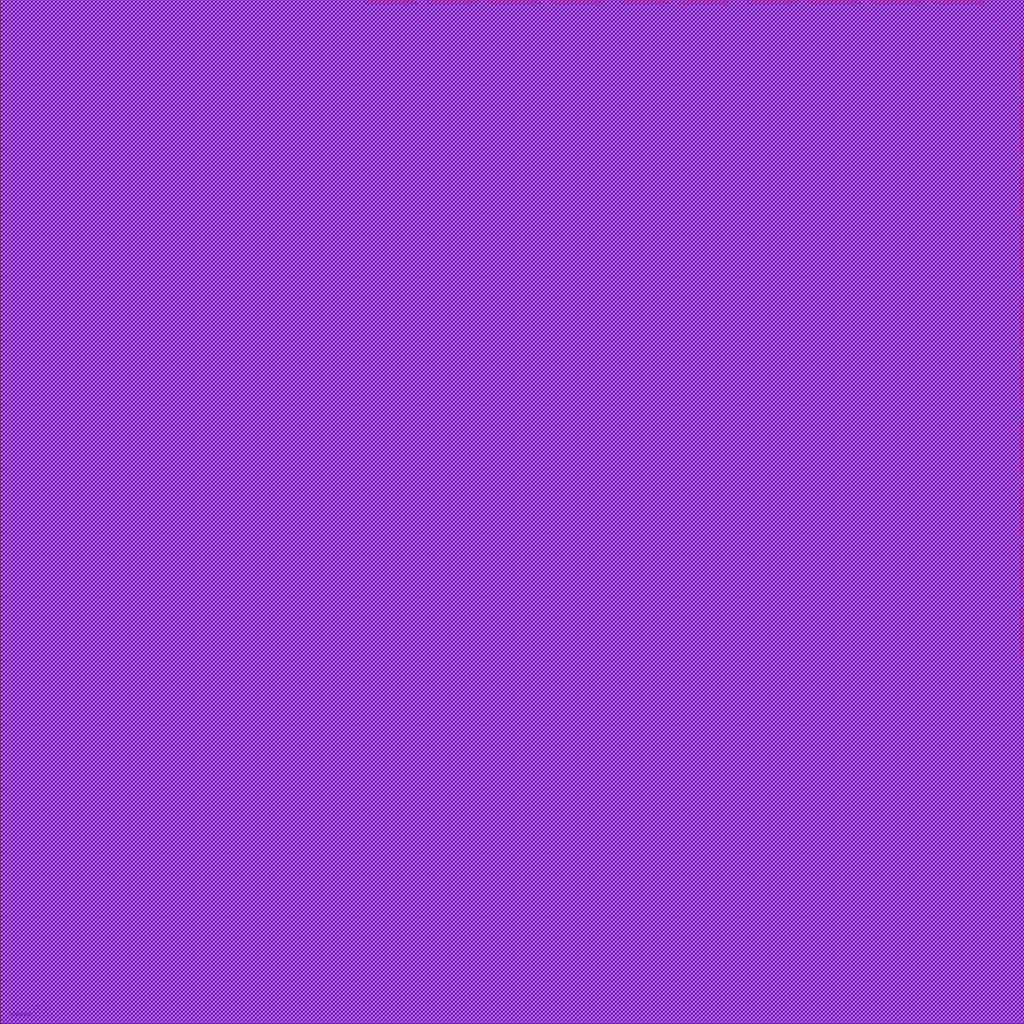
<source format=lef>
VERSION 5.7 ;
BUSBITCHARS "[]" ;
DIVIDERCHAR "/" ;
 
UNITS
    DATABASE MICRONS 2000  ;
END UNITS
 
 MANUFACTURINGGRID    0.005000 ;
 
SITE pad
    SYMMETRY x y r90 ;
    CLASS pad ;
    SIZE 1.000 BY 240.000 ;
END pad
 
SITE corner
    SYMMETRY x y r90 ;
    CLASS pad ;
    SIZE 240.000 BY 240.000 ;
END corner

PROPERTYDEFINITIONS
  MACRO oaTaper STRING ;
END PROPERTYDEFINITIONS

MACRO PADANALOG
  CLASS PAD ;
  ORIGIN 0 80 ;
  FOREIGN PADANALOG 0 -80 ;
  SIZE 60 BY 240 ;
  SYMMETRY X Y R90 ;
  SITE IOSite ;
  PIN VDDIOR
    DIRECTION INOUT ;
    USE POWER ;
    NETEXPR "VDDIOR VDDIOR!" ;
    PORT
      LAYER Metal4 ;
        RECT 0 49 1 61 ;
        RECT 0 34.5 1 46.5 ;
        RECT 0 20 1 32 ;
        RECT 0 5.5 1 17.5 ;
        RECT 59 49 60 61 ;
        RECT 59 34.5 60 46.5 ;
        RECT 59 20 60 32 ;
        RECT 59 5.5 60 17.5 ;
    END
  END VDDIOR
  PIN VSSIOR
    DIRECTION INOUT ;
    USE GROUND ;
    NETEXPR "VSSIOR VSSIOR!" ;
    PORT
      LAYER Metal4 ;
        RECT 0 138.5 1 150.5 ;
        RECT 0 124 1 136 ;
        RECT 0 109.5 1 121.5 ;
        RECT 0 95 1 107 ;
        RECT 59 138.5 60 150.5 ;
        RECT 59 124 60 136 ;
        RECT 59 109.5 60 121.5 ;
        RECT 59 95 60 107 ;
    END
  END VSSIOR
  PIN VSS
    DIRECTION INOUT ;
    USE GROUND ;
    NETEXPR "VSS VSS!" ;
    PORT
      LAYER Metal4 ;
        RECT 0 79.27 1 90.5 ;
        RECT 59 79.27 60 90.5 ;
    END
  END VSS
  PIN VDD
    DIRECTION INOUT ;
    USE POWER ;
    NETEXPR "VDD VDD!" ;
    PORT
      LAYER Metal4 ;
        RECT 0 65.38 1 76.61 ;
        RECT 59 65.38 60 76.61 ;
    END
  END VDD
  PIN AY
    DIRECTION INPUT ;
    USE SIGNAL ;
    PORT
      LAYER Metal1 ;
        RECT 27.015 156.955 30.06 160 ;
    END
  END AY
  OBS
    LAYER Metal1 ;
      RECT 0 -80 60 160 ;
    LAYER Metal2 ;
      RECT 0 -80 60 160 ;
    LAYER Metal3 ;
      RECT 0 -80 60 160 ;
    LAYER Metal4 ;
      RECT 0 -80 60 160 ;
    LAYER Metal5 ;
      RECT 0 -80 60 160 ;
    LAYER Metal6 ;
      RECT 0 -80 60 160 ;
    LAYER Metal7 ;
      RECT 0 -80 60 160 ;
    LAYER Metal8 ;
      RECT 0 -80 60 160 ;
    LAYER Metal9 ;
      RECT 0 -80 60 160 ;
    LAYER Metal10 ;
      RECT 0 -80 60 160 ;
    LAYER Metal11 ;
      RECT 0 -80 60 160 ;
  END
END PADANALOG


PROPERTYDEFINITIONS
  MACRO oaTaper STRING ;
END PROPERTYDEFINITIONS

MACRO PADDB
  CLASS PAD ;
  ORIGIN 0 80 ;
  FOREIGN PADDB 0 -80 ;
  SIZE 60 BY 240 ;
  SYMMETRY X Y R90 ;
  SITE IOSite ;
  PIN Y
    DIRECTION OUTPUT ;
    USE SIGNAL ;
    PORT
      LAYER Metal3 ;
        POLYGON 28.72 159.39 28.68 159.39 28.68 160 27.68 160 27.68 159.39 27.62 159.39 27.62 159.275 28.72 159.275 ;
    END
  END Y
  PIN A
    DIRECTION INPUT ;
    USE SIGNAL ;
    PORT
      LAYER Metal3 ;
        POLYGON 30.55 159.37 30.5 159.37 30.5 160 29.5 160 29.5 159.37 29.45 159.37 29.45 159.275 30.55 159.275 ;
    END
  END A
  PIN OEN
    DIRECTION INPUT ;
    USE SIGNAL ;
    PORT
      LAYER Metal3 ;
        POLYGON 32.365 159.37 32.31 159.37 32.31 160 31.31 160 31.31 159.37 31.265 159.37 31.265 159.275 32.365 159.275 ;
    END
  END OEN
  PIN VDD
    DIRECTION INOUT ;
    USE POWER ;
    NETEXPR "VDD VDD!" ;
    PORT
      LAYER Metal4 ;
        RECT 0 65.495 1 66.485 ;
        RECT 59 65.495 60 66.485 ;
    END
  END VDD
  PIN VSS
    DIRECTION INOUT ;
    USE GROUND ;
    NETEXPR "VSS VSS!" ;
    PORT
      LAYER Metal4 ;
        RECT 0 79.265 1 80.255 ;
        RECT 59 79.265 60 80.255 ;
    END
  END VSS
  PIN VSSIOR
    DIRECTION INOUT ;
    USE GROUND ;
    NETEXPR "VSSIOR VSSIOR!" ;
    PORT
      LAYER Metal4 ;
        RECT 0 138.495 1 150.495 ;
        RECT 0 123.995 1 135.995 ;
        RECT 0 109.495 1 121.495 ;
        RECT 0 94.995 1 106.995 ;
        RECT 59 138.495 60 150.495 ;
        RECT 59 123.995 60 135.995 ;
        RECT 59 109.495 60 121.495 ;
        RECT 59 94.995 60 106.995 ;
    END
  END VSSIOR
  PIN VDDIOR
    DIRECTION INOUT ;
    USE POWER ;
    NETEXPR "VDDIOR VDDIOR!" ;
    PORT
      LAYER Metal4 ;
        RECT 0 48.995 1 60.995 ;
        RECT 0 34.495 1 46.495 ;
        RECT 0 19.995 1 31.995 ;
        RECT 0 5.495 1 17.495 ;
        RECT 59 48.995 60 60.995 ;
        RECT 59 34.495 60 46.495 ;
        RECT 59 19.995 60 31.995 ;
        RECT 59 5.495 60 17.495 ;
    END
  END VDDIOR
  PIN PAD
    DIRECTION INOUT ;
    USE SIGNAL ;
    PORT
      LAYER Metal11 ;
        RECT 28 0 32 1.42 ;
    END
  END PAD
  OBS
    LAYER Metal1 ;
      RECT 0 -80 60 160 ;
    LAYER Metal2 ;
      RECT 0 -80 60 160 ;
    LAYER Metal3 ;
      RECT 0 -80 60 160 ;
    LAYER Metal4 ;
      RECT 0 -80 60 160 ;
    LAYER Metal5 ;
      RECT 0 -80 60 160 ;
    LAYER Metal6 ;
      RECT 0 -80 60 160 ;
    LAYER Metal7 ;
      RECT 0 -80 60 160 ;
    LAYER Metal8 ;
      RECT 0 -80 60 160 ;
    LAYER Metal9 ;
      RECT 0 -80 60 160 ;
    LAYER Metal10 ;
      RECT 0 -80 60 160 ;
    LAYER Metal11 ;
      RECT 0 -80 60 160 ;
  END
  PROPERTY oaTaper "virtuosoDefaultTaper" ;
END PADDB


MACRO PADDI
  CLASS PAD ;
  ORIGIN 0 80 ;
  FOREIGN PADDI 0 -80 ;
  SIZE 60 BY 240 ;
  SYMMETRY X Y R90 ;
  SITE IOSite ;
  PIN PAD
    DIRECTION INOUT ;
    USE SIGNAL ;
    PORT
      LAYER Metal11 ;
        RECT 28 0 32 1.42 ;
    END
  END PAD
  PIN VDDIOR
    DIRECTION INOUT ;
    USE POWER ;
    NETEXPR "VDDIOR VDDIOR!" ;
    PORT
      LAYER Metal4 ;
        RECT 0 48.995 1 60.995 ;
        RECT 0 34.495 1 46.495 ;
        RECT 0 19.995 1 31.995 ;
        RECT 0 5.495 1 17.495 ;
        RECT 59 48.995 60 60.995 ;
        RECT 59 34.495 60 46.495 ;
        RECT 59 19.995 60 31.995 ;
        RECT 59 5.495 60 17.495 ;
    END
  END VDDIOR
  PIN VSSIOR
    DIRECTION INOUT ;
    USE GROUND ;
    NETEXPR "VSSIOR VSSIOR!" ;
    PORT
      LAYER Metal4 ;
        RECT 0 138.495 1 150.495 ;
        RECT 0 123.995 1 135.995 ;
        RECT 0 109.495 1 121.495 ;
        RECT 0 94.995 1 106.995 ;
        RECT 59 138.495 60 150.495 ;
        RECT 59 123.995 60 135.995 ;
        RECT 59 109.495 60 121.495 ;
        RECT 59 94.995 60 106.995 ;
    END
  END VSSIOR
  PIN VSS
    DIRECTION INOUT ;
    USE GROUND ;
    NETEXPR "VSS VSS!" ;
    PORT
      LAYER Metal4 ;
        RECT 0 79.265 1 80.255 ;
        RECT 59 79.265 60 80.255 ;
    END
  END VSS
  PIN VDD
    DIRECTION INOUT ;
    USE POWER ;
    NETEXPR "VDD VDD!" ;
    PORT
      LAYER Metal4 ;
        RECT 0 65.495 1 66.485 ;
        RECT 59 65.495 60 66.485 ;
    END
  END VDD
  PIN Y
    DIRECTION OUTPUT ;
    USE SIGNAL ;
    PORT
      LAYER Metal3 ;
        RECT 27.55 159.275 28.275 160 ;
    END
  END Y
  OBS
    LAYER Metal1 ;
      RECT 0 -80 60 160 ;
    LAYER Metal2 ;
      RECT 0 -80 60 160 ;
    LAYER Metal3 ;
      RECT 0 -80 60 160 ;
    LAYER Metal4 ;
      RECT 0 -80 60 160 ;
    LAYER Metal5 ;
      RECT 0 -80 60 160 ;
    LAYER Metal6 ;
      RECT 0 -80 60 160 ;
    LAYER Metal7 ;
      RECT 0 -80 60 160 ;
    LAYER Metal8 ;
      RECT 0 -80 60 160 ;
    LAYER Metal9 ;
      RECT 0 -80 60 160 ;
    LAYER Metal10 ;
      RECT 0 -80 60 160 ;
    LAYER Metal11 ;
      RECT 0 -80 60 160 ;
  END
END PADDI


MACRO PADDO
  CLASS PAD ;
  ORIGIN 0 80 ;
  FOREIGN PADDO 0 -80 ;
  SIZE 60 BY 240 ;
  SYMMETRY X Y R90 ;
  SITE IOSite ;
  PIN A
    DIRECTION INPUT ;
    USE SIGNAL ;
    PORT
      LAYER Metal3 ;
        RECT 29.5 159.275 30.225 160 ;
    END
  END A
  PIN VDDIOR
    DIRECTION INOUT ;
    USE POWER ;
    NETEXPR "VDDIOR VDDIOR!" ;
    PORT
      LAYER Metal4 ;
        RECT 0 49 1 61 ;
        RECT 0 34.5 1 46.5 ;
        RECT 0 20 1 32 ;
        RECT 0 5.5 1 17.5 ;
        RECT 59 49 60 61 ;
        RECT 59 34.5 60 46.5 ;
        RECT 59 20 60 32 ;
        RECT 59 5.5 60 17.5 ;
    END
  END VDDIOR
  PIN VSSIOR
    DIRECTION INOUT ;
    USE GROUND ;
    NETEXPR "VSSIOR VSSIOR!" ;
    PORT
      LAYER Metal4 ;
        RECT 0 138.5 1 150.5 ;
        RECT 0 124 1 136 ;
        RECT 0 109.5 1 121.5 ;
        RECT 0 95 1 107 ;
        RECT 59 138.5 60 150.5 ;
        RECT 59 124 60 136 ;
        RECT 59 109.5 60 121.5 ;
        RECT 59 95 60 107 ;
    END
  END VSSIOR
  PIN VSS
    DIRECTION INOUT ;
    USE GROUND ;
    NETEXPR "VSS VSS!" ;
    PORT
      LAYER Metal4 ;
        RECT 0 79.27 1 90.5 ;
        RECT 59 79.27 60 90.5 ;
    END
  END VSS
  PIN VDD
    DIRECTION INOUT ;
    USE POWER ;
    NETEXPR "VDD VDD!" ;
    PORT
      LAYER Metal4 ;
        RECT 0 65.5 1 76.61 ;
        RECT 59 65.5 60 76.61 ;
    END
  END VDD
  PIN PAD
    DIRECTION OUTPUT ;
    USE SIGNAL ;
    PORT
      LAYER Metal11 ;
        RECT 28 -1.4 32 1.415 ;
    END
  END PAD
  OBS
    LAYER Metal1 ;
      RECT 0 -80 60 160 ;
    LAYER Metal2 ;
      RECT 0 -80 60 160 ;
    LAYER Metal3 ;
      RECT 0 -80 60 160 ;
    LAYER Metal4 ;
      RECT 0 -80 60 160 ;
    LAYER Metal5 ;
      RECT 0 -80 60 160 ;
    LAYER Metal6 ;
      RECT 0 -80 60 160 ;
    LAYER Metal7 ;
      RECT 0 -80 60 160 ;
    LAYER Metal8 ;
      RECT 0 -80 60 160 ;
    LAYER Metal9 ;
      RECT 0 -80 60 160 ;
    LAYER Metal10 ;
      RECT 0 -80 60 160 ;
    LAYER Metal11 ;
      RECT 0 -80 60 160 ;
  END
END PADDO


MACRO PADDOZ
  CLASS PAD ;
  ORIGIN 0 80 ;
  FOREIGN PADDOZ 0 -80 ;
  SIZE 60 BY 240 ;
  SYMMETRY X Y R90 ;
  SITE IOSite ;
  PIN VDDIOR
    DIRECTION INOUT ;
    USE POWER ;
    NETEXPR "VDDIOR VDDIOR!" ;
    PORT
      LAYER Metal4 ;
        RECT 0 48.995 1 60.995 ;
        RECT 0 34.495 1 46.495 ;
        RECT 0 19.995 1 31.995 ;
        RECT 0 5.495 1 17.495 ;
        RECT 59 48.995 60 60.995 ;
        RECT 59 34.495 60 46.495 ;
        RECT 59 19.995 60 31.995 ;
        RECT 59 5.495 60 17.495 ;
    END
  END VDDIOR
  PIN VSSIOR
    DIRECTION INOUT ;
    USE GROUND ;
    NETEXPR "VSSIOR VSSIOR!" ;
    PORT
      LAYER Metal4 ;
        RECT 0 138.495 1 150.495 ;
        RECT 0 123.995 1 135.995 ;
        RECT 0 109.495 1 121.495 ;
        RECT 0 94.995 1 106.995 ;
        RECT 59 138.495 60 150.495 ;
        RECT 59 123.995 60 135.995 ;
        RECT 59 109.495 60 121.495 ;
        RECT 59 94.995 60 106.995 ;
    END
  END VSSIOR
  PIN VSS
    DIRECTION INOUT ;
    USE GROUND ;
    NETEXPR "VSS VSS!" ;
    PORT
      LAYER Metal4 ;
        RECT 0 79.265 1 80.255 ;
        RECT 59 79.265 60 80.255 ;
    END
  END VSS
  PIN VDD
    DIRECTION INOUT ;
    USE POWER ;
    NETEXPR "VDD VDD!" ;
    PORT
      LAYER Metal4 ;
        RECT 0 65.495 1 66.485 ;
        RECT 59 65.495 60 66.485 ;
    END
  END VDD
  PIN OEN
    DIRECTION INPUT ;
    USE SIGNAL ;
    PORT
      LAYER Metal3 ;
        RECT 31.31 159.275 32.035 160 ;
    END
  END OEN
  PIN A
    DIRECTION INPUT ;
    USE SIGNAL ;
    PORT
      LAYER Metal3 ;
        RECT 29.5 159.275 30.225 160 ;
    END
  END A
  PIN PAD
    DIRECTION OUTPUT ;
    USE SIGNAL ;
    PORT
      LAYER Metal11 ;
        RECT 28 0 32 1.42 ;
    END
  END PAD
  OBS
    LAYER Metal1 ;
      RECT 0 -80 60 160 ;
    LAYER Metal2 ;
      RECT 0 -80 60 160 ;
    LAYER Metal3 ;
      RECT 0 -80 60 160 ;
    LAYER Metal4 ;
      RECT 0 -80 60 160 ;
    LAYER Metal5 ;
      RECT 0 -80 60 160 ;
    LAYER Metal6 ;
      RECT 0 -80 60 160 ;
    LAYER Metal7 ;
      RECT 0 -80 60 160 ;
    LAYER Metal8 ;
      RECT 0 -80 60 160 ;
    LAYER Metal9 ;
      RECT 0 -80 60 160 ;
    LAYER Metal10 ;
      RECT 0 -80 60 160 ;
    LAYER Metal11 ;
      RECT 0 -80 60 160 ;
  END
END PADDOZ


PROPERTYDEFINITIONS
  MACRO oaTaper STRING ;
END PROPERTYDEFINITIONS

MACRO PADVDD
  CLASS PAD ;
  ORIGIN 0 80 ;
  FOREIGN PADVDD 0 -80 ;
  SIZE 60 BY 240 ;
  SYMMETRY X Y R90 ;
  SITE IOSite ;
  PIN VDD
    DIRECTION INOUT ;
    USE POWER ;
    NETEXPR "VDD VDD!" ;
    PORT
      LAYER Metal3 ;
        RECT 53.815 156.64 57.165 160 ;
      LAYER Metal2 ;
        RECT 53.815 156.64 57.165 160 ;
      LAYER Metal3 ;
        RECT 2.855 156.64 6.205 160 ;
      LAYER Metal2 ;
        RECT 2.855 156.64 6.205 160 ;
    END
  END VDD
  PIN VSSIOR
    DIRECTION INOUT ;
    USE GROUND ;
    NETEXPR "VSSIOR VSSIOR!" ;
    PORT
      LAYER Metal4 ;
        RECT 0 138.5 1 150.5 ;
        RECT 0 124 1 136 ;
        RECT 0 109.5 1 121.5 ;
        RECT 0 95 1 107 ;
        RECT 59 138.5 60 150.5 ;
        RECT 59 124 60 136 ;
        RECT 59 109.5 60 121.5 ;
        RECT 59 95 60 107 ;
    END
  END VSSIOR
  PIN VDDIOR
    DIRECTION INOUT ;
    USE POWER ;
    NETEXPR "VDDIOR VDDIOR!" ;
    PORT
      LAYER Metal4 ;
        RECT 0 49 1 61 ;
        RECT 0 34.5 1 46.5 ;
        RECT 0 20 1 32 ;
        RECT 0 5.5 1 17.5 ;
        RECT 59 49 60 61 ;
        RECT 59 34.5 60 46.5 ;
        RECT 59 20 60 32 ;
        RECT 59 5.5 60 17.5 ;
    END
  END VDDIOR
  PIN VSS
    DIRECTION INOUT ;
    USE GROUND ;
    NETEXPR "VSS VSS!" ;
    PORT
      LAYER Metal4 ;
        RECT 0 79.27 1 90.5 ;
        RECT 59 79.27 60 90.5 ;
    END
  END VSS
  OBS
    LAYER Metal1 ;
      RECT 0 -80 60 160 ;
    LAYER Metal2 ;
      RECT 0 -80 60 160 ;
    LAYER Metal3 ;
      RECT 0 -80 60 160 ;
    LAYER Metal4 ;
      RECT 0 -80 60 160 ;
    LAYER Metal5 ;
      RECT 0 -80 60 160 ;
    LAYER Metal6 ;
      RECT 0 -80 60 160 ;
    LAYER Metal7 ;
      RECT 0 -80 60 160 ;
    LAYER Metal8 ;
      RECT 0 -80 60 160 ;
    LAYER Metal9 ;
      RECT 0 -80 60 160 ;
    LAYER Metal10 ;
      RECT 0 -80 60 160 ;
    LAYER Metal11 ;
      RECT 0 -80 60 160 ;
  END
  PROPERTY oaTaper "virtuosoDefaultTaper" ;
END PADVDD


PROPERTYDEFINITIONS
  MACRO oaTaper STRING ;
END PROPERTYDEFINITIONS

MACRO PADVDD25
  CLASS PAD ;
  ORIGIN 0 80 ;
  FOREIGN PADVDD25 0 -80 ;
  SIZE 60 BY 240 ;
  SYMMETRY X Y R90 ;
  SITE IOSite ;
  PIN VDD
    DIRECTION INOUT ;
    USE POWER ;
    NETEXPR "VDD VDD!" ;
    PORT
      LAYER Metal4 ;
        RECT 59 65.38 60 76.61 ;
        RECT 0 65.38 1 76.61 ;
    END
  END VDD
  PIN VSSIOR
    DIRECTION INOUT ;
    USE GROUND ;
    NETEXPR "VSSIOR VSSIOR!" ;
    PORT
      LAYER Metal4 ;
        RECT 0 138.5 1 150.5 ;
        RECT 0 124 1 136 ;
        RECT 0 109.5 1 121.5 ;
        RECT 0 95 1 107 ;
        RECT 59 138.5 60 150.5 ;
        RECT 59 124 60 136 ;
        RECT 59 109.5 60 121.5 ;
        RECT 59 95 60 107 ;
    END
  END VSSIOR
  PIN VDDIOR
    DIRECTION INOUT ;
    USE POWER ;
    NETEXPR "VDDIOR VDDIOR!" ;
    PORT
      LAYER Metal4 ;
        RECT 0 49 1 61 ;
        RECT 0 34.5 1 46.5 ;
        RECT 0 20 1 32 ;
        RECT 0 5.5 1 17.5 ;
        RECT 59 49 60 61 ;
        RECT 59 34.5 60 46.5 ;
        RECT 59 20 60 32 ;
        RECT 59 5.5 60 17.5 ;
    END
  END VDDIOR
  PIN VSS
    DIRECTION INOUT ;
    USE GROUND ;
    NETEXPR "VSS VSS!" ;
    PORT
      LAYER Metal4 ;
        RECT 0 79.27 1 90.5 ;
        RECT 59 79.27 60 90.5 ;
    END
  END VSS
  PIN VDD25
    DIRECTION INPUT ;
    USE SIGNAL ;
    NETEXPR "VDD25 VDD25!" ;
    PORT
      LAYER Metal2 ;
        RECT 2.855 156.64 6.215 160 ;
      LAYER Metal3 ;
        RECT 2.855 156.64 6.215 160 ;
    END
  END VDD25
  OBS
    LAYER Metal1 ;
      RECT 0 -80 60 160 ;
    LAYER Metal2 ;
      RECT 0 -80 60 160 ;
    LAYER Metal3 ;
      RECT 0 -80 60 160 ;
    LAYER Metal4 ;
      RECT 0 -80 60 160 ;
    LAYER Metal5 ;
      RECT 0 -80 60 160 ;
    LAYER Metal6 ;
      RECT 0 -80 60 160 ;
    LAYER Metal7 ;
      RECT 0 -80 60 160 ;
    LAYER Metal8 ;
      RECT 0 -80 60 160 ;
    LAYER Metal9 ;
      RECT 0 -80 60 160 ;
    LAYER Metal10 ;
      RECT 0 -80 60 160 ;
    LAYER Metal11 ;
      RECT 0 -80 60 160 ;
  END
  PROPERTY oaTaper "virtuosoDefaultTaper" ;
END PADVDD25


PROPERTYDEFINITIONS
  MACRO oaTaper STRING ;
END PROPERTYDEFINITIONS

MACRO PADVDDIOR
  CLASS PAD ;
  ORIGIN 0 80 ;
  FOREIGN PADVDDIOR 0 -80 ;
  SIZE 60 BY 240 ;
  SYMMETRY X Y R90 ;
  SITE IOSite ;
  PIN VDD
    DIRECTION INOUT ;
    USE POWER ;
    NETEXPR "VDD VDD!" ;
    PORT
      LAYER Metal4 ;
        RECT 59 65.38 60 76.61 ;
        RECT 0 65.38 1 76.61 ;
    END
  END VDD
  PIN VSSIOR
    DIRECTION INOUT ;
    USE GROUND ;
    NETEXPR "VSSIOR VSSIOR!" ;
    PORT
      LAYER Metal4 ;
        RECT 0 138.5 1 150.5 ;
        RECT 0 124 1 136 ;
        RECT 0 109.5 1 121.5 ;
        RECT 0 95 1 107 ;
        RECT 59 138.5 60 150.5 ;
        RECT 59 124 60 136 ;
        RECT 59 109.5 60 121.5 ;
        RECT 59 95 60 107 ;
    END
  END VSSIOR
  PIN VDDIOR
    DIRECTION INOUT ;
    USE POWER ;
    NETEXPR "VDDIOR VDDIOR!" ;
    PORT
      LAYER Metal3 ;
        RECT 53.815 156.64 57.165 160 ;
      LAYER Metal2 ;
        RECT 53.815 156.64 57.165 160 ;
      LAYER Metal3 ;
        RECT 2.855 156.64 6.205 160 ;
      LAYER Metal2 ;
        RECT 2.855 156.64 6.205 160 ;
    END
  END VDDIOR
  PIN VSS
    DIRECTION INOUT ;
    USE GROUND ;
    NETEXPR "VSS VSS!" ;
    PORT
      LAYER Metal4 ;
        RECT 0 79.27 1 90.5 ;
        RECT 59 79.27 60 90.5 ;
    END
  END VSS
  OBS
    LAYER Metal1 ;
      RECT 0 -80 60 160 ;
    LAYER Metal2 ;
      RECT 0 -80 60 160 ;
    LAYER Metal3 ;
      RECT 0 -80 60 160 ;
    LAYER Metal4 ;
      RECT 0 -80 60 160 ;
    LAYER Metal5 ;
      RECT 0 -80 60 160 ;
    LAYER Metal6 ;
      RECT 0 -80 60 160 ;
    LAYER Metal7 ;
      RECT 0 -80 60 160 ;
    LAYER Metal8 ;
      RECT 0 -80 60 160 ;
    LAYER Metal9 ;
      RECT 0 -80 60 160 ;
    LAYER Metal10 ;
      RECT 0 -80 60 160 ;
    LAYER Metal11 ;
      RECT 0 -80 60 160 ;
  END
  PROPERTY oaTaper "virtuosoDefaultTaper" ;
END PADVDDIOR


PROPERTYDEFINITIONS
  MACRO extractNetShortViolationLimit INTEGER ;
  MACRO extractCellviewShortViolationLimit INTEGER ;
  MACRO extractStopLevel INTEGER ;
  MACRO deviceExtractType STRING ;
  MACRO extractCellviewOpenViolationLimit INTEGER ;
  MACRO extractNetOpenViolationLimit INTEGER ;
  MACRO lxChainAlignPMOS STRING ;
  MACRO lxGroundNetNames STRING ;
  MACRO lxGetSignifDigits INTEGER ;
  MACRO extractCellviewIllegalConnectionLimit INTEGER ;
  MACRO lxStackPartitionParameters STRING ;
  MACRO setupConstraintGroup STRING ;
  MACRO lxChainAlignNMOS STRING ;
  MACRO lxSupplyNetNames STRING ;
  MACRO lxGenerationOrientation STRING ;
  MACRO lxInternalLibName STRING ;
  MACRO lxInternalConfigLibName STRING ;
  MACRO lxInternalTop STRING ;
  MACRO lxInternalType STRING ;
  MACRO lxInternalCellName STRING ;
  MACRO lxInternalViewName STRING ;
  MACRO lxInternalConfigCellName STRING ;
  MACRO lxInternalConfigViewName STRING ;
  MACRO oaTaper STRING ;
END PROPERTYDEFINITIONS

MACRO PADVSS
  CLASS PAD ;
  ORIGIN 0 80 ;
  FOREIGN PADVSS 0 -80 ;
  SIZE 60 BY 240 ;
  SYMMETRY X Y R90 ;
  SITE IOSite ;
  PIN VSS
    DIRECTION INOUT ;
    USE GROUND ;
    NETEXPR "VSS VSS!" ;
    PORT
      LAYER Metal3 ;
        RECT 53.805 156.64 57.155 160 ;
        RECT 2.845 156.64 6.195 160 ;
      LAYER Metal2 ;
        RECT 53.805 156.64 57.155 160 ;
        RECT 2.845 156.64 6.195 160 ;
    END
  END VSS
  PIN VDDIOR
    DIRECTION INOUT ;
    USE POWER ;
    NETEXPR "VDDIOR VDDIOR!" ;
    PORT
      LAYER Metal4 ;
        RECT 0 49 1 61 ;
        RECT 0 34.5 1 46.5 ;
        RECT 0 20 1 32 ;
        RECT 0 5.5 1 17.5 ;
        RECT 59 49 60 61 ;
        RECT 59 34.5 60 46.5 ;
        RECT 59 20 60 32 ;
        RECT 59 5.5 60 17.5 ;
    END
  END VDDIOR
  PIN VSSIOR
    DIRECTION INOUT ;
    USE GROUND ;
    NETEXPR "VSSIOR VSSIOR!" ;
    PORT
      LAYER Metal4 ;
        RECT 0 138.5 1 150.5 ;
        RECT 0 124 1 136 ;
        RECT 0 109.5 1 121.5 ;
        RECT 0 95 1 107 ;
        RECT 59 138.5 60 150.5 ;
        RECT 59 124 60 136 ;
        RECT 59 109.5 60 121.5 ;
        RECT 59 95 60 107 ;
    END
  END VSSIOR
  PIN VDD
    DIRECTION INOUT ;
    USE POWER ;
    NETEXPR "VDD VDD!" ;
    PORT
      LAYER Metal4 ;
        RECT 59 65.38 60 76.61 ;
        RECT 0 65.38 1 76.61 ;
    END
  END VDD
  OBS
    LAYER Metal1 ;
      RECT 0 -80 60 160 ;
    LAYER Metal2 ;
      RECT 0 -80 60 160 ;
    LAYER Metal3 ;
      RECT 0 -80 60 160 ;
    LAYER Metal4 ;
      RECT 0 -80 60 160 ;
    LAYER Metal5 ;
      RECT 0 -80 60 160 ;
    LAYER Metal6 ;
      RECT 0 -80 60 160 ;
    LAYER Metal7 ;
      RECT 0 -80 60 160 ;
    LAYER Metal8 ;
      RECT 0 -80 60 160 ;
    LAYER Metal9 ;
      RECT 0 -80 60 160 ;
    LAYER Metal10 ;
      RECT 0 -80 60 160 ;
    LAYER Metal11 ;
      RECT 0 -80 60 160 ;
  END
  PROPERTY extractNetShortViolationLimit 100 ;
  PROPERTY extractCellviewShortViolationLimit 1000 ;
  PROPERTY extractStopLevel 0 ;
  PROPERTY deviceExtractType "pcells" ;
  PROPERTY extractCellviewOpenViolationLimit 2000 ;
  PROPERTY extractNetOpenViolationLimit 1000 ;
  PROPERTY lxChainAlignPMOS "Top" ;
  PROPERTY lxGroundNetNames "gnd gnd! gnd: vss vss! vss:" ;
  PROPERTY lxGetSignifDigits 0 ;
  PROPERTY extractCellviewIllegalConnectionLimit 1000 ;
  PROPERTY lxStackPartitionParameters "(0 100)" ;
  PROPERTY setupConstraintGroup "virtuosoDefaultExtractorSetup" ;
  PROPERTY lxChainAlignNMOS "Bottom" ;
  PROPERTY lxSupplyNetNames "vcc vcc! vcc: vdd vdd! vdd:" ;
  PROPERTY lxGenerationOrientation "preserve" ;
  PROPERTY lxInternalLibName "giolib045" ;
  PROPERTY lxInternalConfigLibName "giolib045" ;
  PROPERTY lxInternalTop "" ;
  PROPERTY lxInternalType "CELLVIEW" ;
  PROPERTY lxInternalCellName "PADVSS" ;
  PROPERTY lxInternalViewName "schematic" ;
  PROPERTY lxInternalConfigCellName "PADVSS" ;
  PROPERTY lxInternalConfigViewName "physConfig" ;
  PROPERTY oaTaper "virtuosoDefaultTaper" ;
END PADVSS


PROPERTYDEFINITIONS
  MACRO oaTaper STRING ;
END PROPERTYDEFINITIONS

MACRO PADVSS25
  CLASS PAD ;
  ORIGIN 0 80 ;
  FOREIGN PADVSS25 0 -80 ;
  SIZE 60 BY 240 ;
  SYMMETRY X Y R90 ;
  SITE IOSite ;
  PIN VSS
    DIRECTION INOUT ;
    USE GROUND ;
    NETEXPR "VSS VSS!" ;
    PORT
      LAYER Metal4 ;
        RECT 0 79.27 1 90.5 ;
        RECT 59 79.27 60 90.5 ;
    END
  END VSS
  PIN VDDIOR
    DIRECTION INOUT ;
    USE POWER ;
    NETEXPR "VDDIOR VDDIOR!" ;
    PORT
      LAYER Metal4 ;
        RECT 0 49 1 61 ;
        RECT 0 34.5 1 46.5 ;
        RECT 0 20 1 32 ;
        RECT 0 5.5 1 17.5 ;
        RECT 59 49 60 61 ;
        RECT 59 34.5 60 46.5 ;
        RECT 59 20 60 32 ;
        RECT 59 5.5 60 17.5 ;
    END
  END VDDIOR
  PIN VSSIOR
    DIRECTION INOUT ;
    USE GROUND ;
    NETEXPR "VSSIOR VSSIOR!" ;
    PORT
      LAYER Metal4 ;
        RECT 0 138.5 1 150.5 ;
        RECT 0 124 1 136 ;
        RECT 0 109.5 1 121.5 ;
        RECT 0 95 1 107 ;
        RECT 59 138.5 60 150.5 ;
        RECT 59 124 60 136 ;
        RECT 59 109.5 60 121.5 ;
        RECT 59 95 60 107 ;
    END
  END VSSIOR
  PIN VDD
    DIRECTION INOUT ;
    USE POWER ;
    NETEXPR "VDD VDD!" ;
    PORT
      LAYER Metal4 ;
        RECT 59 65.38 60 76.61 ;
        RECT 0 65.38 1 76.61 ;
    END
  END VDD
  PIN VSS25
    DIRECTION INPUT ;
    USE SIGNAL ;
    NETEXPR "VSS25 VSS25!" ;
    PORT
      LAYER Metal2 ;
        RECT 2.845 156.64 6.205 160 ;
      LAYER Metal3 ;
        RECT 2.845 156.64 6.205 160 ;
    END
  END VSS25
  OBS
    LAYER Metal1 ;
      RECT 0 -80 60 160 ;
    LAYER Metal2 ;
      RECT 0 -80 60 160 ;
    LAYER Metal3 ;
      RECT 0 -80 60 160 ;
    LAYER Metal4 ;
      RECT 0 -80 60 160 ;
    LAYER Metal5 ;
      RECT 0 -80 60 160 ;
    LAYER Metal6 ;
      RECT 0 -80 60 160 ;
    LAYER Metal7 ;
      RECT 0 -80 60 160 ;
    LAYER Metal8 ;
      RECT 0 -80 60 160 ;
    LAYER Metal9 ;
      RECT 0 -80 60 160 ;
    LAYER Metal10 ;
      RECT 0 -80 60 160 ;
    LAYER Metal11 ;
      RECT 0 -80 60 160 ;
  END
  PROPERTY oaTaper "virtuosoDefaultTaper" ;
END PADVSS25


MACRO PADVSSIOR
  CLASS PAD ;
  ORIGIN 0 80 ;
  FOREIGN PADVSSIOR 0 -80 ;
  SIZE 60 BY 240 ;
  SYMMETRY X Y R90 ;
  SITE IOSite ;
  PIN VSS
    DIRECTION INOUT ;
    USE GROUND ;
    NETEXPR "VSS VSS!" ;
    PORT
      LAYER Metal4 ;
        RECT 0 79.27 1 90.5 ;
        RECT 59 79.27 60 90.5 ;
    END
  END VSS
  PIN VDDIOR
    DIRECTION INOUT ;
    USE POWER ;
    NETEXPR "VDDIOR VDDIOR!" ;
    PORT
      LAYER Metal4 ;
        RECT 0 49 1 61 ;
        RECT 0 34.5 1 46.5 ;
        RECT 0 20 1 32 ;
        RECT 0 5.5 1 17.5 ;
        RECT 59 49 60 61 ;
        RECT 59 34.5 60 46.5 ;
        RECT 59 20 60 32 ;
        RECT 59 5.5 60 17.5 ;
    END
  END VDDIOR
  PIN VSSIOR
    DIRECTION INOUT ;
    USE GROUND ;
    NETEXPR "VSSIOR VSSIOR!" ;
    PORT
      LAYER Metal3 ;
        RECT 53.805 156.64 57.155 160 ;
        RECT 2.845 156.64 6.195 160 ;
      LAYER Metal2 ;
        RECT 53.805 156.64 57.155 160 ;
        RECT 2.845 156.64 6.195 160 ;
    END
  END VSSIOR
  PIN VDD
    DIRECTION INOUT ;
    USE POWER ;
    NETEXPR "VDD VDD!" ;
    PORT
      LAYER Metal4 ;
        RECT 59 65.38 60 76.61 ;
        RECT 0 65.38 1 76.61 ;
    END
  END VDD
  OBS
    LAYER Metal1 ;
      RECT 0 -80 60 160 ;
    LAYER Metal2 ;
      RECT 0 -80 60 160 ;
    LAYER Metal3 ;
      RECT 0 -80 60 160 ;
    LAYER Metal4 ;
      RECT 0 -80 60 160 ;
    LAYER Metal5 ;
      RECT 0 -80 60 160 ;
    LAYER Metal6 ;
      RECT 0 -80 60 160 ;
    LAYER Metal7 ;
      RECT 0 -80 60 160 ;
    LAYER Metal8 ;
      RECT 0 -80 60 160 ;
    LAYER Metal9 ;
      RECT 0 -80 60 160 ;
    LAYER Metal10 ;
      RECT 0 -80 60 160 ;
    LAYER Metal11 ;
      RECT 0 -80 60 160 ;
  END
END PADVSSIOR


MACRO padIORINGCORNER
  CLASS ENDCAP BOTTOMLEFT ;
  ORIGIN 80 80 ;
  FOREIGN padIORINGCORNER -80 -80 ;
  SIZE 240 BY 240 ;
  SYMMETRY X Y R90 ;
  SITE CornerSite ;
  PIN VDDIOR
    DIRECTION INOUT ;
    USE POWER ;
    NETEXPR "VDDIOR VDDIOR!" ;
    PORT
      LAYER Metal4 ;
        RECT 5.5 159 17.5 160 ;
    END
    PORT
      LAYER Metal4 ;
        RECT 20 159 32 160 ;
    END
    PORT
      LAYER Metal4 ;
        RECT 34.5 159 46.5 160 ;
    END
    PORT
      LAYER Metal4 ;
        RECT 49 159 61 160 ;
    END
    PORT
      LAYER Metal4 ;
        RECT 159 49 160 61 ;
    END
    PORT
      LAYER Metal4 ;
        RECT 159 34.5 160 46.5 ;
    END
    PORT
      LAYER Metal4 ;
        RECT 159 20 160 32 ;
    END
    PORT
      LAYER Metal4 ;
        RECT 159 5.5 160 17.5 ;
    END
  END VDDIOR
  PIN VDD
    DIRECTION INOUT ;
    USE POWER ;
    NETEXPR "VDD VDD!" ;
    PORT
      LAYER Metal4 ;
        RECT 65.5 159 76.61 160 ;
    END
    PORT
      LAYER Metal4 ;
        RECT 159 65.5 160 76.61 ;
    END
  END VDD
  PIN VSS
    DIRECTION INOUT ;
    USE GROUND ;
    NETEXPR "VSS VSS!" ;
    PORT
      LAYER Metal4 ;
        RECT 79.27 159 90.5 160 ;
    END
    PORT
      LAYER Metal4 ;
        RECT 159 79.27 160 90.5 ;
    END
  END VSS
  PIN VSSIOR
    DIRECTION INOUT ;
    USE GROUND ;
    NETEXPR "VSSIOR VSSIOR!" ;
    PORT
      LAYER Metal4 ;
        RECT 95 159 107 160 ;
    END
    PORT
      LAYER Metal4 ;
        RECT 109.5 159 121.5 160 ;
    END
    PORT
      LAYER Metal4 ;
        RECT 124 159 136 160 ;
    END
    PORT
      LAYER Metal4 ;
        RECT 138.5 159 150.5 160 ;
    END
    PORT
      LAYER Metal4 ;
        RECT 159 138.5 160 150.5 ;
    END
    PORT
      LAYER Metal4 ;
        RECT 159 124 160 136 ;
    END
    PORT
      LAYER Metal4 ;
        RECT 159 109.5 160 121.5 ;
    END
    PORT
      LAYER Metal4 ;
        RECT 159 95 160 107 ;
    END
  END VSSIOR
  OBS
    LAYER Metal1 ;
      RECT -80 -80 160 160 ;
    LAYER Metal2 ;
      RECT -80 -80 160 160 ;
    LAYER Metal3 ;
      RECT -80 -80 160 160 ;
    LAYER Metal4 ;
      RECT -80 -80 160 160 ;
    LAYER Metal5 ;
      RECT -80 -80 160 160 ;
    LAYER Metal6 ;
      RECT -80 -80 160 160 ;
    LAYER Metal7 ;
      RECT -80 -80 160 160 ;
    LAYER Metal8 ;
      RECT -80 -80 160 160 ;
    LAYER Metal9 ;
      RECT -80 -80 160 160 ;
    LAYER Metal10 ;
      RECT -80 -80 160 160 ;
    LAYER Metal11 ;
      RECT -80 -80 160 160 ;
  END
END padIORINGCORNER


MACRO padIORINGFEED1
  CLASS PAD SPACER ;
  ORIGIN 0 80 ;
  FOREIGN padIORINGFEED1 0 -80 ;
  SIZE 1 BY 240 ;
  SYMMETRY X Y R90 ;
  SITE IOSite ;
  PIN VDDPAD25
    DIRECTION INPUT ;
    USE SIGNAL ;
    NETEXPR "VDDPAD25 VDDPAD25!" ;
    PORT
      LAYER Metal4 ;
        RECT 0 3 1 63 ;
    END
  END VDDPAD25
  PIN VSSPAD
    DIRECTION INPUT ;
    USE SIGNAL ;
    NETEXPR "VSSPAD VSSPAD!" ;
    PORT
      LAYER Metal4 ;
        RECT 0 93 1 153 ;
    END
  END VSSPAD
  PIN VSS
    DIRECTION INOUT ;
    USE GROUND ;
    SHAPE ABUTMENT ;
    NETEXPR "VSS VSS!" ;
    PORT
      LAYER Metal4 ;
        RECT 0 79.27 1 90.5 ;
    END
  END VSS
  PIN VDD
    DIRECTION INOUT ;
    USE POWER ;
    SHAPE ABUTMENT ;
    NETEXPR "VDD VDD!" ;
    PORT
      CLASS CORE ;
      LAYER Metal4 ;
        RECT 0 65.5 1 76.61 ;
    END
  END VDD
  OBS
    LAYER Metal1 ;
      RECT 0 -80 1 160 ;
    LAYER Metal2 ;
      RECT 0 -80 1 160 ;
    LAYER Metal3 ;
      RECT 0 -80 1 160 ;
    LAYER Metal4 ;
      RECT 0 -80 1 160 ;
    LAYER Metal5 ;
      RECT 0 -80 1 160 ;
    LAYER Metal6 ;
      RECT 0 -80 1 160 ;
    LAYER Metal7 ;
      RECT 0 -80 1 160 ;
    LAYER Metal8 ;
      RECT 0 -80 1 160 ;
    LAYER Metal9 ;
      RECT 0 -80 1 160 ;
    LAYER Metal10 ;
      RECT 0 -80 1 160 ;
    LAYER Metal11 ;
      RECT 0 -80 1 160 ;
  END
END padIORINGFEED1


MACRO padIORINGFEED10
  CLASS PAD SPACER ;
  ORIGIN 0 80 ;
  FOREIGN padIORINGFEED10 0 -80 ;
  SIZE 10 BY 240 ;
  SYMMETRY X Y R90 ;
  SITE IOSite ;
  PIN VDDPAD25
    DIRECTION INPUT ;
    USE SIGNAL ;
    NETEXPR "VDDPAD25 VDDPAD25!" ;
    PORT
      LAYER Metal4 ;
        RECT 0 3 1 63 ;
        RECT 9 3 10 63 ;
    END
  END VDDPAD25
  PIN VSSPAD
    DIRECTION INPUT ;
    USE SIGNAL ;
    NETEXPR "VSSPAD VSSPAD!" ;
    PORT
      LAYER Metal4 ;
        RECT 0 93 1 153 ;
        RECT 9 93 10 153 ;
    END
  END VSSPAD
  PIN VSS
    DIRECTION INOUT ;
    USE GROUND ;
    NETEXPR "VSS VSS!" ;
    PORT
      LAYER Metal4 ;
        RECT 0 79.27 1 90.5 ;
        RECT 9 79.27 10 90.5 ;
    END
  END VSS
  PIN VDD
    DIRECTION INOUT ;
    USE POWER ;
    NETEXPR "VDD VDD!" ;
    PORT
      CLASS CORE ;
      LAYER Metal4 ;
        RECT 0 65.5 1 76.61 ;
        RECT 9 65.5 10 76.61 ;
    END
  END VDD
  OBS
    LAYER Metal1 ;
      RECT 0 -80 10 160 ;
    LAYER Metal2 ;
      RECT 0 -80 10 160 ;
    LAYER Metal3 ;
      RECT 0 -80 10 160 ;
    LAYER Metal4 ;
      RECT 0 -80 10 160 ;
    LAYER Metal5 ;
      RECT 0 -80 10 160 ;
    LAYER Metal6 ;
      RECT 0 -80 10 160 ;
    LAYER Metal7 ;
      RECT 0 -80 10 160 ;
    LAYER Metal8 ;
      RECT 0 -80 10 160 ;
    LAYER Metal9 ;
      RECT 0 -80 10 160 ;
    LAYER Metal10 ;
      RECT 0 -80 10 160 ;
    LAYER Metal11 ;
      RECT 0 -80 10 160 ;
  END
END padIORINGFEED10


MACRO padIORINGFEED3
  CLASS PAD SPACER ;
  ORIGIN 0 80 ;
  FOREIGN padIORINGFEED3 0 -80 ;
  SIZE 3 BY 240 ;
  SYMMETRY X Y R90 ;
  SITE IOSite ;
  PIN VDDPAD25
    DIRECTION INPUT ;
    USE SIGNAL ;
    NETEXPR "VDDPAD25 VDDPAD25!" ;
    PORT
      LAYER Metal4 ;
        RECT 0 3 1 63 ;
        RECT 2 3 3 63 ;
    END
  END VDDPAD25
  PIN VSSPAD
    DIRECTION INPUT ;
    USE SIGNAL ;
    NETEXPR "VSSPAD VSSPAD!" ;
    PORT
      LAYER Metal4 ;
        RECT 0 93 1 153 ;
        RECT 2 93 3 153 ;
    END
  END VSSPAD
  PIN VSS
    DIRECTION INOUT ;
    USE GROUND ;
    NETEXPR "VSS VSS!" ;
    PORT
      LAYER Metal4 ;
        RECT 0 79.27 1 90.5 ;
        RECT 2 79.27 3 90.5 ;
    END
  END VSS
  PIN VDD
    DIRECTION INOUT ;
    USE POWER ;
    NETEXPR "VDD VDD!" ;
    PORT
      CLASS CORE ;
      LAYER Metal4 ;
        RECT 0 65.5 1 76.61 ;
        RECT 2 65.5 3 76.61 ;
    END
  END VDD
  OBS
    LAYER Metal1 ;
      RECT 0 -80 3 160 ;
    LAYER Metal2 ;
      RECT 0 -80 3 160 ;
    LAYER Metal3 ;
      RECT 0 -80 3 160 ;
    LAYER Metal4 ;
      RECT 0 -80 3 160 ;
    LAYER Metal5 ;
      RECT 0 -80 3 160 ;
    LAYER Metal6 ;
      RECT 0 -80 3 160 ;
    LAYER Metal7 ;
      RECT 0 -80 3 160 ;
    LAYER Metal8 ;
      RECT 0 -80 3 160 ;
    LAYER Metal9 ;
      RECT 0 -80 3 160 ;
    LAYER Metal10 ;
      RECT 0 -80 3 160 ;
    LAYER Metal11 ;
      RECT 0 -80 3 160 ;
  END
END padIORINGFEED3


MACRO padIORINGFEED5
  CLASS PAD SPACER ;
  ORIGIN 0 80 ;
  FOREIGN padIORINGFEED5 0 -80 ;
  SIZE 5 BY 240 ;
  SYMMETRY X Y R90 ;
  SITE IOSite ;
  PIN VDDPAD25
    DIRECTION INPUT ;
    USE SIGNAL ;
    NETEXPR "VDDPAD25 VDDPAD25!" ;
    PORT
      LAYER Metal4 ;
        RECT 0 3 1 63 ;
        RECT 4 3 5 63 ;
    END
  END VDDPAD25
  PIN VSSPAD
    DIRECTION INPUT ;
    USE SIGNAL ;
    NETEXPR "VSSPAD VSSPAD!" ;
    PORT
      LAYER Metal4 ;
        RECT 0 93 1 153 ;
        RECT 4 93 5 153 ;
    END
  END VSSPAD
  PIN VSS
    DIRECTION INOUT ;
    USE GROUND ;
    NETEXPR "VSS VSS!" ;
    PORT
      LAYER Metal4 ;
        RECT 0 79.27 1 90.5 ;
        RECT 4 79.27 5 90.5 ;
    END
  END VSS
  PIN VDD
    DIRECTION INOUT ;
    USE POWER ;
    NETEXPR "VDD VDD!" ;
    PORT
      CLASS CORE ;
      LAYER Metal4 ;
        RECT 0 65.5 1 76.61 ;
        RECT 4 65.5 5 76.61 ;
    END
  END VDD
  OBS
    LAYER Metal1 ;
      RECT 0 -80 5 160 ;
    LAYER Metal2 ;
      RECT 0 -80 5 160 ;
    LAYER Metal3 ;
      RECT 0 -80 5 160 ;
    LAYER Metal4 ;
      RECT 0 -80 5 160 ;
    LAYER Metal5 ;
      RECT 0 -80 5 160 ;
    LAYER Metal6 ;
      RECT 0 -80 5 160 ;
    LAYER Metal7 ;
      RECT 0 -80 5 160 ;
    LAYER Metal8 ;
      RECT 0 -80 5 160 ;
    LAYER Metal9 ;
      RECT 0 -80 5 160 ;
    LAYER Metal10 ;
      RECT 0 -80 5 160 ;
    LAYER Metal11 ;
      RECT 0 -80 5 160 ;
  END
END padIORINGFEED5


MACRO padIORINGFEED60
  CLASS PAD SPACER ;
  ORIGIN 0 80 ;
  FOREIGN padIORINGFEED60 0 -80 ;
  SIZE 60 BY 240 ;
  SYMMETRY X Y R90 ;
  SITE IOSite ;
  PIN VDDPAD25
    DIRECTION INPUT ;
    USE SIGNAL ;
    NETEXPR "VDDPAD25 VDDPAD25!" ;
    PORT
      LAYER Metal4 ;
        RECT 0 3 1 63 ;
        RECT 59 3 60 63 ;
    END
  END VDDPAD25
  PIN VSSPAD
    DIRECTION INPUT ;
    USE SIGNAL ;
    NETEXPR "VSSPAD VSSPAD!" ;
    PORT
      LAYER Metal4 ;
        RECT 0 93 1 153 ;
        RECT 59 93 60 153 ;
    END
  END VSSPAD
  PIN VSS
    DIRECTION INOUT ;
    USE GROUND ;
    NETEXPR "VSS VSS!" ;
    PORT
      LAYER Metal4 ;
        RECT 0 79.27 1 90.5 ;
        RECT 59 79.27 60 90.5 ;
    END
  END VSS
  PIN VDD
    DIRECTION INOUT ;
    USE POWER ;
    NETEXPR "VDD VDD!" ;
    PORT
      CLASS CORE ;
      LAYER Metal4 ;
        RECT 0 65.5 1 76.61 ;
        RECT 59 65.5 60 76.61 ;
    END
  END VDD
  OBS
    LAYER Metal1 ;
      RECT 0 -80 60 160 ;
    LAYER Metal2 ;
      RECT 0 -80 60 160 ;
    LAYER Metal3 ;
      RECT 0 -80 60 160 ;
    LAYER Metal4 ;
      RECT 0 -80 60 160 ;
    LAYER Metal5 ;
      RECT 0 -80 60 160 ;
    LAYER Metal6 ;
      RECT 0 -80 60 160 ;
    LAYER Metal7 ;
      RECT 0 -80 60 160 ;
    LAYER Metal8 ;
      RECT 0 -80 60 160 ;
    LAYER Metal9 ;
      RECT 0 -80 60 160 ;
    LAYER Metal10 ;
      RECT 0 -80 60 160 ;
    LAYER Metal11 ;
      RECT 0 -80 60 160 ;
  END
END padIORINGFEED60

END LIBRARY

</source>
